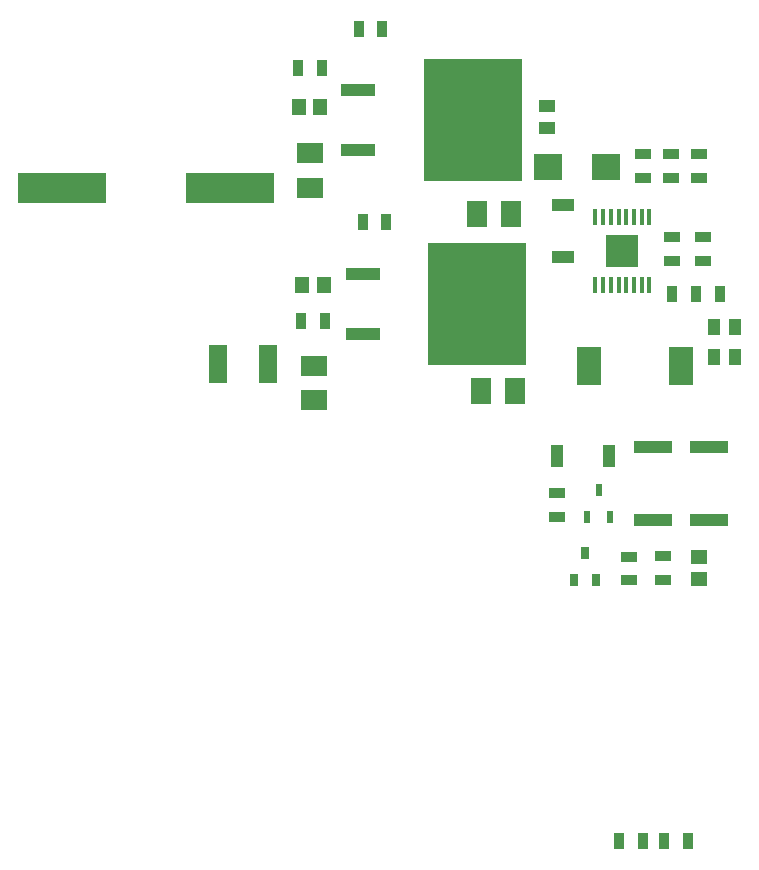
<source format=gtp>
G04 Layer_Color=8421504*
%FSAX25Y25*%
%MOIN*%
G70*
G01*
G75*
%ADD11R,0.05512X0.03740*%
%ADD12R,0.09252X0.08858*%
%ADD13R,0.05512X0.04134*%
%ADD14R,0.29528X0.09842*%
%ADD15R,0.05905X0.12598*%
%ADD16R,0.07087X0.08858*%
%ADD17R,0.08858X0.07087*%
%ADD18R,0.03740X0.05512*%
%ADD19R,0.04528X0.05709*%
%ADD20R,0.11811X0.03937*%
%ADD21R,0.33071X0.40551*%
%ADD22R,0.07598X0.03937*%
%ADD23R,0.07874X0.12598*%
%ADD24R,0.10630X0.10630*%
%ADD25R,0.01772X0.05709*%
%ADD26R,0.04134X0.05512*%
%ADD27R,0.03937X0.07598*%
%ADD28R,0.12992X0.04134*%
%ADD29R,0.05709X0.04528*%
%ADD30R,0.02362X0.04134*%
%ADD31R,0.02559X0.04134*%
G36*
X0272110Y0378239D02*
X0265575D01*
Y0385010D01*
X0272110D01*
Y0378239D01*
D02*
G37*
G36*
X0262268D02*
X0255732D01*
Y0385010D01*
X0262268D01*
Y0378239D01*
D02*
G37*
G36*
X0252425D02*
X0245890D01*
Y0385010D01*
X0252425D01*
Y0378239D01*
D02*
G37*
G36*
X0272110Y0387687D02*
X0265575D01*
Y0394459D01*
X0272110D01*
Y0387687D01*
D02*
G37*
G36*
X0262268D02*
X0255732D01*
Y0394459D01*
X0262268D01*
Y0387687D01*
D02*
G37*
G36*
X0252425D02*
X0245890D01*
Y0394459D01*
X0252425D01*
Y0387687D01*
D02*
G37*
G36*
X0272110Y0359341D02*
X0265575D01*
Y0366113D01*
X0272110D01*
Y0359341D01*
D02*
G37*
G36*
X0262268D02*
X0255732D01*
Y0366113D01*
X0262268D01*
Y0359341D01*
D02*
G37*
G36*
X0252425D02*
X0245890D01*
Y0366113D01*
X0252425D01*
Y0359341D01*
D02*
G37*
G36*
X0272110Y0368790D02*
X0265575D01*
Y0375561D01*
X0272110D01*
Y0368790D01*
D02*
G37*
G36*
X0262268D02*
X0255732D01*
Y0375561D01*
X0262268D01*
Y0368790D01*
D02*
G37*
G36*
X0252425D02*
X0245890D01*
Y0375561D01*
X0252425D01*
Y0368790D01*
D02*
G37*
G36*
X0270610Y0439439D02*
X0264075D01*
Y0446210D01*
X0270610D01*
Y0439439D01*
D02*
G37*
G36*
X0260768D02*
X0254232D01*
Y0446210D01*
X0260768D01*
Y0439439D01*
D02*
G37*
G36*
X0250925D02*
X0244390D01*
Y0446210D01*
X0250925D01*
Y0439439D01*
D02*
G37*
G36*
X0270610Y0448887D02*
X0264075D01*
Y0455659D01*
X0270610D01*
Y0448887D01*
D02*
G37*
G36*
X0260768D02*
X0254232D01*
Y0455659D01*
X0260768D01*
Y0448887D01*
D02*
G37*
G36*
X0250925D02*
X0244390D01*
Y0455659D01*
X0250925D01*
Y0448887D01*
D02*
G37*
G36*
X0270610Y0420541D02*
X0264075D01*
Y0427313D01*
X0270610D01*
Y0420541D01*
D02*
G37*
G36*
X0260768D02*
X0254232D01*
Y0427313D01*
X0260768D01*
Y0420541D01*
D02*
G37*
G36*
X0250925D02*
X0244390D01*
Y0427313D01*
X0250925D01*
Y0420541D01*
D02*
G37*
G36*
X0270610Y0429990D02*
X0264075D01*
Y0436761D01*
X0270610D01*
Y0429990D01*
D02*
G37*
G36*
X0260768D02*
X0254232D01*
Y0436761D01*
X0260768D01*
Y0429990D01*
D02*
G37*
G36*
X0250925D02*
X0244390D01*
Y0436761D01*
X0250925D01*
Y0429990D01*
D02*
G37*
D11*
X0323600Y0418963D02*
D03*
Y0426837D02*
D03*
X0333000Y0418963D02*
D03*
Y0426837D02*
D03*
X0314100Y0418963D02*
D03*
Y0426837D02*
D03*
X0334100Y0399137D02*
D03*
Y0391263D02*
D03*
X0324000Y0391363D02*
D03*
Y0399237D02*
D03*
X0321000Y0284863D02*
D03*
Y0292737D02*
D03*
X0309400Y0292637D02*
D03*
Y0284763D02*
D03*
X0285600Y0313737D02*
D03*
Y0305863D02*
D03*
D12*
X0282554Y0422700D02*
D03*
X0301846D02*
D03*
D13*
X0282300Y0442743D02*
D03*
Y0435657D02*
D03*
D14*
X0176553Y0415700D02*
D03*
X0120647D02*
D03*
D15*
X0189168Y0356900D02*
D03*
X0172632D02*
D03*
D16*
X0260091Y0348000D02*
D03*
X0271509D02*
D03*
X0258891Y0407000D02*
D03*
X0270309D02*
D03*
D17*
X0204600Y0356209D02*
D03*
Y0344791D02*
D03*
X0203100Y0427109D02*
D03*
Y0415691D02*
D03*
D18*
X0200263Y0371200D02*
D03*
X0208137D02*
D03*
X0199263Y0455600D02*
D03*
X0207137D02*
D03*
X0219363Y0468600D02*
D03*
X0227237D02*
D03*
X0220763Y0404300D02*
D03*
X0228637D02*
D03*
X0331826Y0380200D02*
D03*
X0339700D02*
D03*
X0323963D02*
D03*
X0331837D02*
D03*
X0321163Y0197900D02*
D03*
X0329037D02*
D03*
X0306163D02*
D03*
X0314037D02*
D03*
D19*
X0207743Y0383300D02*
D03*
X0200657D02*
D03*
X0206643Y0442500D02*
D03*
X0199557D02*
D03*
D20*
X0219311Y0448100D02*
D03*
Y0428100D02*
D03*
X0220811Y0386900D02*
D03*
Y0366900D02*
D03*
D21*
X0257500Y0438100D02*
D03*
X0259000Y0376900D02*
D03*
D22*
X0287400Y0410001D02*
D03*
Y0392599D02*
D03*
D23*
X0326854Y0356200D02*
D03*
X0296146D02*
D03*
D24*
X0307300Y0394500D02*
D03*
D25*
X0298343Y0383083D02*
D03*
X0300902D02*
D03*
X0303461D02*
D03*
X0306020D02*
D03*
X0308579D02*
D03*
X0311139D02*
D03*
X0313698D02*
D03*
X0316257D02*
D03*
Y0405917D02*
D03*
X0313698D02*
D03*
X0311139D02*
D03*
X0308579D02*
D03*
X0306020D02*
D03*
X0303461D02*
D03*
X0300902D02*
D03*
X0298343D02*
D03*
D26*
X0337857Y0369300D02*
D03*
X0344943D02*
D03*
X0337857Y0359100D02*
D03*
X0344943D02*
D03*
D27*
X0302902Y0326300D02*
D03*
X0285500D02*
D03*
D28*
X0317400Y0304895D02*
D03*
Y0329305D02*
D03*
X0336200Y0304895D02*
D03*
Y0329305D02*
D03*
D29*
X0332900Y0285357D02*
D03*
Y0292443D02*
D03*
D30*
X0299400Y0314928D02*
D03*
X0303140Y0305872D02*
D03*
X0295660D02*
D03*
D31*
X0291060Y0284772D02*
D03*
X0298540D02*
D03*
X0294800Y0293828D02*
D03*
M02*

</source>
